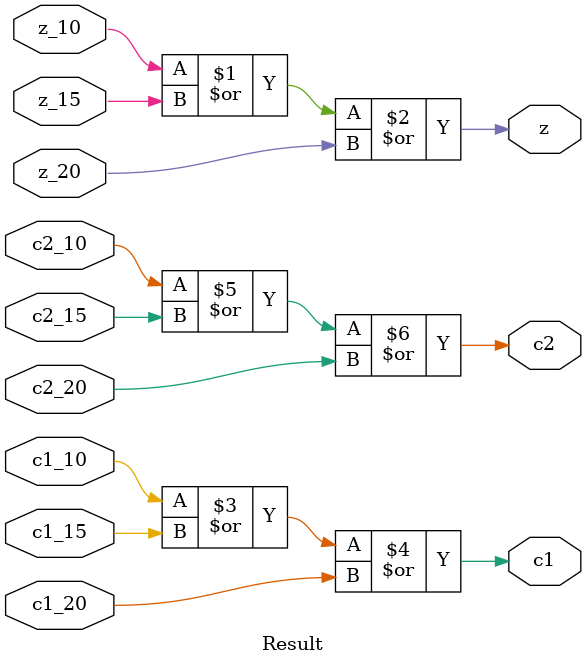
<source format=v>
`timescale 1 ns / 1 ps

module Result (z_10,z_15,z_20,c1_10,c1_15,c1_20,c2_10,c2_15,c2_20,z,c1,c2);
	input z_10,z_15,z_20,c1_10,c1_15,c1_20,c2_10,c2_15,c2_20;
	
	output z,c1,c2;
	
	assign z= z_10 | z_15 | z_20;
	assign c1= c1_10 | c1_15 | c1_20;
	assign c2= c2_10 | c2_15 | c2_20;
	
endmodule

</source>
